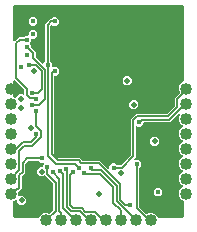
<source format=gbr>
G04 EAGLE Gerber RS-274X export*
G75*
%MOMM*%
%FSLAX34Y34*%
%LPD*%
%INBottom Copper*%
%IPPOS*%
%AMOC8*
5,1,8,0,0,1.08239X$1,22.5*%
G01*
%ADD10C,1.016000*%
%ADD11C,0.152400*%
%ADD12C,0.450000*%
%ADD13C,0.503200*%

G36*
X83178Y42066D02*
X83178Y42066D01*
X83230Y42067D01*
X83298Y42092D01*
X83368Y42107D01*
X83412Y42134D01*
X83461Y42151D01*
X83517Y42196D01*
X83579Y42233D01*
X83613Y42273D01*
X83653Y42305D01*
X83692Y42365D01*
X83739Y42420D01*
X83758Y42468D01*
X83786Y42512D01*
X83804Y42581D01*
X83831Y42648D01*
X83839Y42719D01*
X83846Y42751D01*
X83845Y42774D01*
X83849Y42815D01*
X83849Y44745D01*
X85912Y46807D01*
X88828Y46807D01*
X90093Y45542D01*
X90167Y45489D01*
X90237Y45430D01*
X90267Y45417D01*
X90293Y45399D01*
X90380Y45372D01*
X90465Y45338D01*
X90506Y45333D01*
X90528Y45326D01*
X90560Y45327D01*
X90632Y45319D01*
X93129Y45319D01*
X93219Y45334D01*
X93310Y45341D01*
X93340Y45354D01*
X93372Y45359D01*
X93452Y45402D01*
X93536Y45437D01*
X93568Y45463D01*
X93589Y45474D01*
X93611Y45497D01*
X93667Y45542D01*
X101744Y53619D01*
X101797Y53693D01*
X101857Y53762D01*
X101869Y53793D01*
X101888Y53819D01*
X101915Y53906D01*
X101949Y53991D01*
X101953Y54032D01*
X101960Y54054D01*
X101959Y54086D01*
X101967Y54157D01*
X101967Y84537D01*
X106230Y88799D01*
X132323Y88799D01*
X132414Y88814D01*
X132504Y88821D01*
X132534Y88834D01*
X132566Y88839D01*
X132647Y88882D01*
X132731Y88918D01*
X132763Y88943D01*
X132784Y88954D01*
X132806Y88978D01*
X132862Y89022D01*
X139192Y95353D01*
X139245Y95427D01*
X139304Y95496D01*
X139317Y95526D01*
X139335Y95552D01*
X139362Y95639D01*
X139396Y95724D01*
X139401Y95765D01*
X139408Y95787D01*
X139407Y95820D01*
X139415Y95891D01*
X139415Y102327D01*
X143315Y106227D01*
X143383Y106322D01*
X143453Y106416D01*
X143455Y106422D01*
X143459Y106427D01*
X143493Y106538D01*
X143529Y106650D01*
X143529Y106656D01*
X143531Y106662D01*
X143528Y106779D01*
X143527Y106896D01*
X143525Y106903D01*
X143525Y106908D01*
X143519Y106925D01*
X143480Y107057D01*
X142716Y108901D01*
X142716Y111428D01*
X143683Y113762D01*
X145470Y115548D01*
X146128Y115821D01*
X146227Y115883D01*
X146327Y115943D01*
X146332Y115947D01*
X146337Y115951D01*
X146411Y116041D01*
X146487Y116129D01*
X146490Y116135D01*
X146494Y116140D01*
X146535Y116249D01*
X146579Y116358D01*
X146580Y116365D01*
X146582Y116370D01*
X146583Y116388D01*
X146598Y116524D01*
X146598Y180033D01*
X146595Y180053D01*
X146597Y180073D01*
X146575Y180174D01*
X146558Y180276D01*
X146549Y180294D01*
X146545Y180313D01*
X146491Y180402D01*
X146443Y180493D01*
X146429Y180507D01*
X146418Y180524D01*
X146340Y180592D01*
X146265Y180663D01*
X146247Y180671D01*
X146231Y180684D01*
X146135Y180723D01*
X146042Y180766D01*
X146022Y180769D01*
X146003Y180776D01*
X145837Y180795D01*
X3335Y180795D01*
X3315Y180791D01*
X3295Y180794D01*
X3194Y180772D01*
X3092Y180755D01*
X3074Y180746D01*
X3055Y180741D01*
X2966Y180688D01*
X2874Y180640D01*
X2861Y180625D01*
X2844Y180615D01*
X2776Y180536D01*
X2705Y180461D01*
X2697Y180443D01*
X2684Y180428D01*
X2645Y180332D01*
X2601Y180238D01*
X2599Y180219D01*
X2592Y180200D01*
X2573Y180033D01*
X2573Y150952D01*
X2585Y150881D01*
X2587Y150810D01*
X2605Y150761D01*
X2613Y150709D01*
X2647Y150646D01*
X2671Y150579D01*
X2704Y150538D01*
X2728Y150492D01*
X2780Y150443D01*
X2825Y150387D01*
X2869Y150359D01*
X2906Y150323D01*
X2971Y150292D01*
X3032Y150254D01*
X3082Y150241D01*
X3130Y150219D01*
X3201Y150211D01*
X3270Y150194D01*
X3322Y150198D01*
X3374Y150192D01*
X3444Y150207D01*
X3516Y150213D01*
X3563Y150233D01*
X3614Y150244D01*
X3676Y150281D01*
X3742Y150309D01*
X3798Y150354D01*
X3825Y150370D01*
X3841Y150388D01*
X3873Y150414D01*
X5644Y152185D01*
X7058Y153599D01*
X11037Y153599D01*
X11127Y153614D01*
X11218Y153621D01*
X11248Y153633D01*
X11280Y153639D01*
X11360Y153681D01*
X11444Y153717D01*
X11476Y153743D01*
X11497Y153754D01*
X11519Y153777D01*
X11575Y153822D01*
X12806Y155052D01*
X14718Y155052D01*
X14738Y155056D01*
X14757Y155053D01*
X14859Y155075D01*
X14961Y155092D01*
X14978Y155101D01*
X14998Y155106D01*
X15087Y155159D01*
X15178Y155207D01*
X15192Y155222D01*
X15209Y155232D01*
X15276Y155311D01*
X15348Y155386D01*
X15356Y155404D01*
X15369Y155419D01*
X15408Y155515D01*
X15451Y155609D01*
X15453Y155628D01*
X15461Y155647D01*
X15479Y155814D01*
X15479Y157458D01*
X17542Y159521D01*
X20458Y159521D01*
X22521Y157458D01*
X22521Y154542D01*
X20458Y152479D01*
X18546Y152479D01*
X18526Y152476D01*
X18507Y152478D01*
X18405Y152456D01*
X18303Y152440D01*
X18286Y152430D01*
X18266Y152426D01*
X18177Y152373D01*
X18086Y152324D01*
X18072Y152310D01*
X18055Y152300D01*
X17988Y152221D01*
X17917Y152146D01*
X17908Y152128D01*
X17895Y152113D01*
X17856Y152017D01*
X17813Y151923D01*
X17811Y151903D01*
X17803Y151885D01*
X17785Y151718D01*
X17785Y150073D01*
X16815Y149104D01*
X16804Y149088D01*
X16788Y149075D01*
X16732Y148988D01*
X16672Y148904D01*
X16666Y148885D01*
X16655Y148869D01*
X16630Y148768D01*
X16600Y148669D01*
X16600Y148649D01*
X16595Y148630D01*
X16603Y148527D01*
X16606Y148423D01*
X16613Y148405D01*
X16614Y148385D01*
X16655Y148290D01*
X16690Y148192D01*
X16703Y148177D01*
X16711Y148158D01*
X16815Y148027D01*
X17720Y147123D01*
X17720Y145334D01*
X17735Y145244D01*
X17742Y145153D01*
X17755Y145123D01*
X17760Y145091D01*
X17803Y145010D01*
X17838Y144927D01*
X17864Y144894D01*
X17875Y144874D01*
X17898Y144852D01*
X17943Y144796D01*
X21533Y141206D01*
X21533Y136944D01*
X21547Y136854D01*
X21555Y136763D01*
X21567Y136733D01*
X21572Y136701D01*
X21615Y136621D01*
X21651Y136537D01*
X21677Y136505D01*
X21688Y136484D01*
X21711Y136462D01*
X21756Y136406D01*
X26680Y131482D01*
X26738Y131440D01*
X26790Y131391D01*
X26837Y131369D01*
X26879Y131338D01*
X26948Y131317D01*
X27013Y131287D01*
X27065Y131281D01*
X27115Y131266D01*
X27186Y131268D01*
X27257Y131260D01*
X27308Y131271D01*
X27360Y131272D01*
X27428Y131297D01*
X27498Y131312D01*
X27543Y131339D01*
X27591Y131357D01*
X27647Y131402D01*
X27709Y131438D01*
X27743Y131478D01*
X27783Y131510D01*
X27822Y131571D01*
X27869Y131625D01*
X27888Y131673D01*
X27916Y131717D01*
X27934Y131787D01*
X27961Y131853D01*
X27969Y131925D01*
X27976Y131956D01*
X29244Y133223D01*
X29297Y133297D01*
X29357Y133367D01*
X29369Y133397D01*
X29388Y133423D01*
X29415Y133510D01*
X29449Y133595D01*
X29453Y133636D01*
X29460Y133658D01*
X29459Y133690D01*
X29467Y133762D01*
X29467Y164842D01*
X33658Y169033D01*
X34238Y169033D01*
X34328Y169047D01*
X34419Y169055D01*
X34449Y169067D01*
X34481Y169072D01*
X34562Y169115D01*
X34646Y169151D01*
X34678Y169177D01*
X34698Y169188D01*
X34721Y169211D01*
X34777Y169256D01*
X36042Y170521D01*
X38958Y170521D01*
X41021Y168458D01*
X41021Y165542D01*
X38958Y163479D01*
X36042Y163479D01*
X35486Y164035D01*
X35470Y164046D01*
X35457Y164062D01*
X35370Y164118D01*
X35286Y164178D01*
X35267Y164184D01*
X35251Y164195D01*
X35150Y164220D01*
X35051Y164251D01*
X35031Y164250D01*
X35012Y164255D01*
X34909Y164247D01*
X34805Y164244D01*
X34787Y164238D01*
X34767Y164236D01*
X34672Y164196D01*
X34574Y164160D01*
X34559Y164147D01*
X34540Y164140D01*
X34410Y164035D01*
X33756Y163381D01*
X33702Y163307D01*
X33643Y163238D01*
X33631Y163207D01*
X33612Y163181D01*
X33585Y163094D01*
X33551Y163009D01*
X33547Y162968D01*
X33540Y162946D01*
X33541Y162914D01*
X33533Y162843D01*
X33533Y133762D01*
X33547Y133672D01*
X33555Y133581D01*
X33567Y133551D01*
X33572Y133519D01*
X33615Y133438D01*
X33651Y133354D01*
X33677Y133322D01*
X33688Y133302D01*
X33711Y133279D01*
X33756Y133223D01*
X35021Y131958D01*
X35021Y128906D01*
X35032Y128835D01*
X35034Y128763D01*
X35052Y128714D01*
X35060Y128663D01*
X35094Y128600D01*
X35119Y128532D01*
X35151Y128491D01*
X35176Y128446D01*
X35228Y128396D01*
X35273Y128340D01*
X35316Y128312D01*
X35354Y128276D01*
X35419Y128246D01*
X35480Y128207D01*
X35530Y128195D01*
X35577Y128173D01*
X35648Y128165D01*
X35718Y128147D01*
X35770Y128151D01*
X35821Y128146D01*
X35892Y128161D01*
X35922Y128163D01*
X39033Y128163D01*
X41095Y126101D01*
X41095Y123184D01*
X39033Y121122D01*
X37677Y121122D01*
X37657Y121119D01*
X37638Y121121D01*
X37536Y121099D01*
X37434Y121082D01*
X37417Y121073D01*
X37397Y121069D01*
X37308Y121015D01*
X37217Y120967D01*
X37203Y120953D01*
X37186Y120942D01*
X37119Y120864D01*
X37048Y120789D01*
X37039Y120771D01*
X37026Y120756D01*
X36987Y120659D01*
X36944Y120566D01*
X36942Y120546D01*
X36934Y120527D01*
X36916Y120361D01*
X36916Y55539D01*
X36931Y55449D01*
X36938Y55358D01*
X36950Y55328D01*
X36956Y55296D01*
X36998Y55216D01*
X37034Y55132D01*
X37060Y55100D01*
X37071Y55079D01*
X37094Y55057D01*
X37139Y55001D01*
X40619Y51521D01*
X40693Y51468D01*
X40762Y51408D01*
X40793Y51396D01*
X40819Y51377D01*
X40906Y51350D01*
X40991Y51316D01*
X41032Y51312D01*
X41054Y51305D01*
X41086Y51306D01*
X41157Y51298D01*
X58633Y51298D01*
X60675Y49256D01*
X60749Y49203D01*
X60818Y49143D01*
X60848Y49131D01*
X60874Y49112D01*
X60961Y49085D01*
X61046Y49051D01*
X61087Y49047D01*
X61110Y49040D01*
X61142Y49041D01*
X61213Y49033D01*
X75793Y49033D01*
X82550Y42276D01*
X82608Y42235D01*
X82660Y42185D01*
X82707Y42163D01*
X82749Y42133D01*
X82818Y42112D01*
X82883Y42082D01*
X82935Y42076D01*
X82984Y42061D01*
X83056Y42062D01*
X83127Y42055D01*
X83178Y42066D01*
G37*
G36*
X145856Y637D02*
X145856Y637D01*
X145876Y635D01*
X145977Y657D01*
X146079Y674D01*
X146097Y683D01*
X146116Y687D01*
X146205Y741D01*
X146297Y789D01*
X146310Y803D01*
X146327Y814D01*
X146395Y892D01*
X146466Y967D01*
X146474Y985D01*
X146487Y1001D01*
X146526Y1097D01*
X146570Y1190D01*
X146572Y1210D01*
X146579Y1229D01*
X146598Y1395D01*
X146598Y14905D01*
X146579Y15019D01*
X146562Y15136D01*
X146559Y15141D01*
X146558Y15147D01*
X146504Y15250D01*
X146450Y15355D01*
X146446Y15359D01*
X146443Y15365D01*
X146359Y15445D01*
X146275Y15527D01*
X146268Y15531D01*
X146265Y15534D01*
X146248Y15542D01*
X146128Y15608D01*
X145470Y15881D01*
X143683Y17667D01*
X142716Y20001D01*
X142716Y22528D01*
X143683Y24862D01*
X145470Y26648D01*
X146104Y26911D01*
X146165Y26949D01*
X146231Y26978D01*
X146269Y27013D01*
X146313Y27041D01*
X146359Y27096D01*
X146412Y27145D01*
X146437Y27190D01*
X146470Y27230D01*
X146496Y27297D01*
X146530Y27360D01*
X146540Y27411D01*
X146558Y27460D01*
X146561Y27532D01*
X146574Y27602D01*
X146566Y27654D01*
X146569Y27706D01*
X146549Y27775D01*
X146538Y27846D01*
X146515Y27892D01*
X146500Y27942D01*
X146459Y28001D01*
X146427Y28065D01*
X146390Y28101D01*
X146360Y28144D01*
X146302Y28187D01*
X146251Y28237D01*
X146188Y28271D01*
X146162Y28291D01*
X146140Y28298D01*
X146104Y28318D01*
X145470Y28581D01*
X143683Y30367D01*
X142716Y32701D01*
X142716Y35228D01*
X143683Y37562D01*
X145470Y39348D01*
X146104Y39611D01*
X146165Y39649D01*
X146231Y39678D01*
X146269Y39713D01*
X146313Y39741D01*
X146359Y39796D01*
X146412Y39845D01*
X146437Y39890D01*
X146470Y39930D01*
X146496Y39997D01*
X146530Y40060D01*
X146540Y40111D01*
X146558Y40160D01*
X146561Y40232D01*
X146574Y40302D01*
X146566Y40354D01*
X146569Y40406D01*
X146549Y40475D01*
X146538Y40546D01*
X146515Y40592D01*
X146500Y40642D01*
X146459Y40701D01*
X146427Y40765D01*
X146390Y40801D01*
X146360Y40844D01*
X146302Y40887D01*
X146251Y40937D01*
X146188Y40971D01*
X146162Y40991D01*
X146140Y40998D01*
X146104Y41018D01*
X145470Y41281D01*
X143683Y43067D01*
X142716Y45401D01*
X142716Y47928D01*
X143683Y50262D01*
X145470Y52048D01*
X146104Y52311D01*
X146165Y52349D01*
X146231Y52378D01*
X146269Y52413D01*
X146313Y52441D01*
X146359Y52496D01*
X146412Y52545D01*
X146437Y52590D01*
X146470Y52630D01*
X146496Y52697D01*
X146530Y52760D01*
X146540Y52811D01*
X146558Y52860D01*
X146561Y52932D01*
X146574Y53002D01*
X146566Y53054D01*
X146569Y53106D01*
X146549Y53175D01*
X146538Y53246D01*
X146515Y53292D01*
X146500Y53342D01*
X146459Y53401D01*
X146427Y53465D01*
X146390Y53501D01*
X146360Y53544D01*
X146302Y53587D01*
X146251Y53637D01*
X146188Y53671D01*
X146162Y53691D01*
X146140Y53698D01*
X146104Y53718D01*
X145470Y53981D01*
X143683Y55767D01*
X142716Y58101D01*
X142716Y60628D01*
X143683Y62962D01*
X145470Y64748D01*
X146104Y65011D01*
X146165Y65049D01*
X146231Y65078D01*
X146269Y65113D01*
X146313Y65141D01*
X146359Y65196D01*
X146412Y65245D01*
X146437Y65290D01*
X146470Y65330D01*
X146496Y65397D01*
X146530Y65460D01*
X146540Y65511D01*
X146558Y65560D01*
X146561Y65632D01*
X146574Y65702D01*
X146566Y65754D01*
X146569Y65806D01*
X146549Y65875D01*
X146538Y65946D01*
X146515Y65992D01*
X146500Y66042D01*
X146459Y66101D01*
X146427Y66165D01*
X146390Y66201D01*
X146360Y66244D01*
X146302Y66287D01*
X146251Y66337D01*
X146188Y66371D01*
X146162Y66391D01*
X146140Y66398D01*
X146104Y66418D01*
X145470Y66681D01*
X143683Y68467D01*
X142716Y70801D01*
X142716Y73328D01*
X143683Y75662D01*
X145470Y77448D01*
X146104Y77711D01*
X146165Y77749D01*
X146231Y77778D01*
X146269Y77813D01*
X146313Y77841D01*
X146359Y77896D01*
X146412Y77945D01*
X146437Y77990D01*
X146470Y78030D01*
X146496Y78097D01*
X146530Y78160D01*
X146540Y78211D01*
X146558Y78260D01*
X146561Y78331D01*
X146574Y78402D01*
X146566Y78454D01*
X146569Y78506D01*
X146549Y78575D01*
X146538Y78645D01*
X146515Y78692D01*
X146500Y78742D01*
X146459Y78801D01*
X146427Y78865D01*
X146389Y78901D01*
X146360Y78944D01*
X146302Y78987D01*
X146251Y79037D01*
X146188Y79071D01*
X146163Y79091D01*
X146140Y79098D01*
X146104Y79118D01*
X145470Y79381D01*
X143683Y81167D01*
X142716Y83501D01*
X142716Y86028D01*
X143478Y87867D01*
X143500Y87962D01*
X143529Y88055D01*
X143528Y88081D01*
X143534Y88106D01*
X143525Y88203D01*
X143523Y88301D01*
X143514Y88325D01*
X143511Y88351D01*
X143472Y88440D01*
X143438Y88532D01*
X143422Y88552D01*
X143411Y88576D01*
X143345Y88648D01*
X143284Y88724D01*
X143262Y88738D01*
X143245Y88757D01*
X143159Y88804D01*
X143078Y88857D01*
X143052Y88863D01*
X143029Y88876D01*
X142933Y88893D01*
X142839Y88917D01*
X142813Y88915D01*
X142787Y88919D01*
X142691Y88905D01*
X142594Y88898D01*
X142570Y88887D01*
X142544Y88883D01*
X142457Y88839D01*
X142367Y88801D01*
X142342Y88781D01*
X142325Y88772D01*
X142301Y88748D01*
X142237Y88696D01*
X135130Y81590D01*
X113230Y81590D01*
X113210Y81587D01*
X113190Y81589D01*
X113089Y81567D01*
X112987Y81550D01*
X112969Y81541D01*
X112950Y81537D01*
X112861Y81484D01*
X112769Y81435D01*
X112756Y81421D01*
X112739Y81411D01*
X112671Y81332D01*
X112600Y81257D01*
X112592Y81239D01*
X112579Y81224D01*
X112540Y81128D01*
X112496Y81034D01*
X112494Y81014D01*
X112487Y80996D01*
X112468Y80829D01*
X112468Y80026D01*
X110406Y77964D01*
X107489Y77964D01*
X107332Y78121D01*
X107274Y78163D01*
X107222Y78212D01*
X107175Y78234D01*
X107133Y78265D01*
X107064Y78286D01*
X106999Y78316D01*
X106947Y78322D01*
X106897Y78337D01*
X106826Y78335D01*
X106755Y78343D01*
X106704Y78332D01*
X106652Y78331D01*
X106584Y78306D01*
X106514Y78291D01*
X106469Y78264D01*
X106421Y78246D01*
X106365Y78201D01*
X106303Y78164D01*
X106269Y78125D01*
X106229Y78092D01*
X106190Y78032D01*
X106143Y77978D01*
X106124Y77929D01*
X106096Y77885D01*
X106078Y77816D01*
X106051Y77749D01*
X106043Y77678D01*
X106035Y77647D01*
X106037Y77624D01*
X106033Y77583D01*
X106033Y52158D01*
X104695Y50820D01*
X104653Y50762D01*
X104604Y50710D01*
X104582Y50663D01*
X104551Y50621D01*
X104530Y50552D01*
X104500Y50487D01*
X104494Y50435D01*
X104479Y50385D01*
X104481Y50314D01*
X104473Y50243D01*
X104484Y50192D01*
X104485Y50140D01*
X104510Y50072D01*
X104525Y50002D01*
X104552Y49957D01*
X104570Y49909D01*
X104615Y49853D01*
X104651Y49791D01*
X104691Y49757D01*
X104724Y49717D01*
X104784Y49678D01*
X104838Y49631D01*
X104887Y49612D01*
X104931Y49584D01*
X105000Y49566D01*
X105067Y49539D01*
X105138Y49531D01*
X105169Y49523D01*
X105192Y49525D01*
X105233Y49521D01*
X108458Y49521D01*
X110521Y47458D01*
X110521Y44542D01*
X109256Y43277D01*
X109203Y43203D01*
X109143Y43133D01*
X109131Y43103D01*
X109112Y43077D01*
X109085Y42990D01*
X109051Y42905D01*
X109047Y42864D01*
X109040Y42842D01*
X109041Y42810D01*
X109033Y42738D01*
X109033Y10076D01*
X109047Y9986D01*
X109055Y9895D01*
X109067Y9866D01*
X109072Y9834D01*
X109115Y9753D01*
X109151Y9669D01*
X109177Y9637D01*
X109188Y9616D01*
X109211Y9594D01*
X109256Y9538D01*
X114682Y4112D01*
X114776Y4044D01*
X114871Y3974D01*
X114877Y3972D01*
X114882Y3968D01*
X114993Y3934D01*
X115104Y3898D01*
X115111Y3898D01*
X115117Y3896D01*
X115233Y3899D01*
X115350Y3900D01*
X115358Y3902D01*
X115363Y3902D01*
X115380Y3909D01*
X115511Y3947D01*
X117667Y4840D01*
X120193Y4840D01*
X122528Y3873D01*
X124314Y2086D01*
X124721Y1104D01*
X124783Y1004D01*
X124842Y905D01*
X124847Y900D01*
X124850Y895D01*
X124941Y820D01*
X125029Y745D01*
X125035Y742D01*
X125040Y738D01*
X125148Y697D01*
X125257Y653D01*
X125265Y652D01*
X125270Y650D01*
X125288Y649D01*
X125424Y634D01*
X145837Y634D01*
X145856Y637D01*
G37*
G36*
X23651Y653D02*
X23651Y653D01*
X23767Y670D01*
X23773Y673D01*
X23779Y674D01*
X23881Y728D01*
X23986Y782D01*
X23991Y786D01*
X23996Y789D01*
X24076Y873D01*
X24159Y957D01*
X24162Y964D01*
X24166Y967D01*
X24173Y984D01*
X24239Y1104D01*
X24646Y2086D01*
X26433Y3873D01*
X28767Y4840D01*
X31293Y4840D01*
X32686Y4263D01*
X32800Y4236D01*
X32913Y4207D01*
X32920Y4208D01*
X32926Y4206D01*
X33042Y4217D01*
X33159Y4227D01*
X33164Y4229D01*
X33171Y4230D01*
X33278Y4277D01*
X33385Y4323D01*
X33391Y4328D01*
X33395Y4330D01*
X33409Y4342D01*
X33516Y4428D01*
X36192Y7104D01*
X36245Y7178D01*
X36304Y7247D01*
X36317Y7277D01*
X36335Y7304D01*
X36362Y7391D01*
X36396Y7475D01*
X36401Y7516D01*
X36408Y7539D01*
X36407Y7571D01*
X36415Y7642D01*
X36415Y29327D01*
X36400Y29417D01*
X36393Y29508D01*
X36380Y29538D01*
X36375Y29570D01*
X36332Y29651D01*
X36297Y29735D01*
X36271Y29767D01*
X36260Y29788D01*
X36237Y29810D01*
X36192Y29866D01*
X29571Y36486D01*
X29555Y36498D01*
X29543Y36514D01*
X29455Y36570D01*
X29371Y36630D01*
X29352Y36636D01*
X29336Y36647D01*
X29235Y36672D01*
X29136Y36702D01*
X29116Y36702D01*
X29097Y36707D01*
X28994Y36699D01*
X28890Y36696D01*
X28872Y36689D01*
X28852Y36687D01*
X28757Y36647D01*
X28659Y36611D01*
X28644Y36599D01*
X28626Y36591D01*
X28495Y36486D01*
X28067Y36059D01*
X24930Y36059D01*
X22712Y38277D01*
X22712Y41414D01*
X24930Y43632D01*
X27033Y43632D01*
X27053Y43635D01*
X27072Y43633D01*
X27174Y43655D01*
X27276Y43672D01*
X27293Y43681D01*
X27313Y43685D01*
X27402Y43739D01*
X27493Y43787D01*
X27507Y43801D01*
X27524Y43812D01*
X27591Y43890D01*
X27662Y43965D01*
X27671Y43983D01*
X27684Y43998D01*
X27722Y44095D01*
X27766Y44188D01*
X27768Y44208D01*
X27776Y44227D01*
X27794Y44393D01*
X27794Y45540D01*
X28434Y46180D01*
X28475Y46238D01*
X28525Y46290D01*
X28547Y46337D01*
X28577Y46379D01*
X28598Y46448D01*
X28628Y46513D01*
X28634Y46565D01*
X28649Y46615D01*
X28648Y46686D01*
X28655Y46757D01*
X28644Y46808D01*
X28643Y46860D01*
X28618Y46928D01*
X28603Y46998D01*
X28577Y47043D01*
X28559Y47091D01*
X28514Y47147D01*
X28477Y47209D01*
X28437Y47243D01*
X28405Y47283D01*
X28345Y47322D01*
X28290Y47369D01*
X28242Y47388D01*
X28198Y47416D01*
X28129Y47434D01*
X28062Y47461D01*
X27991Y47469D01*
X27960Y47477D01*
X27936Y47475D01*
X27895Y47479D01*
X25542Y47479D01*
X24277Y48744D01*
X24203Y48797D01*
X24133Y48857D01*
X24103Y48869D01*
X24077Y48888D01*
X23990Y48915D01*
X23905Y48949D01*
X23864Y48953D01*
X23842Y48960D01*
X23810Y48959D01*
X23738Y48967D01*
X15399Y48967D01*
X15309Y48953D01*
X15218Y48945D01*
X15188Y48933D01*
X15156Y48928D01*
X15076Y48885D01*
X14992Y48849D01*
X14960Y48823D01*
X14939Y48812D01*
X14917Y48789D01*
X14861Y48744D01*
X12497Y46381D01*
X12444Y46307D01*
X12385Y46238D01*
X12373Y46207D01*
X12354Y46181D01*
X12327Y46094D01*
X12293Y46009D01*
X12288Y45968D01*
X12281Y45946D01*
X12282Y45914D01*
X12274Y45843D01*
X12274Y38919D01*
X9614Y36259D01*
X9561Y36186D01*
X9502Y36116D01*
X9490Y36086D01*
X9471Y36060D01*
X9444Y35973D01*
X9410Y35888D01*
X9405Y35847D01*
X9398Y35825D01*
X9399Y35792D01*
X9391Y35721D01*
X9391Y25517D01*
X6820Y22946D01*
X6767Y22872D01*
X6708Y22802D01*
X6696Y22772D01*
X6677Y22746D01*
X6650Y22659D01*
X6616Y22574D01*
X6611Y22533D01*
X6604Y22511D01*
X6605Y22479D01*
X6597Y22407D01*
X6597Y19890D01*
X6609Y19819D01*
X6611Y19747D01*
X6629Y19699D01*
X6637Y19647D01*
X6671Y19584D01*
X6695Y19516D01*
X6728Y19476D01*
X6752Y19430D01*
X6804Y19380D01*
X6849Y19324D01*
X6893Y19296D01*
X6931Y19260D01*
X6996Y19230D01*
X7056Y19191D01*
X7106Y19179D01*
X7154Y19157D01*
X7225Y19149D01*
X7294Y19131D01*
X7346Y19135D01*
X7398Y19130D01*
X7468Y19145D01*
X7540Y19150D01*
X7588Y19171D01*
X7638Y19182D01*
X7700Y19219D01*
X7766Y19247D01*
X7813Y19284D01*
X10967Y19284D01*
X13185Y17066D01*
X13185Y13929D01*
X10967Y11711D01*
X7829Y11711D01*
X5611Y13929D01*
X5611Y15563D01*
X5600Y15634D01*
X5598Y15706D01*
X5580Y15755D01*
X5571Y15806D01*
X5538Y15869D01*
X5513Y15937D01*
X5481Y15978D01*
X5456Y16024D01*
X5404Y16073D01*
X5360Y16129D01*
X5316Y16157D01*
X5278Y16193D01*
X5213Y16223D01*
X5153Y16262D01*
X5102Y16275D01*
X5055Y16297D01*
X4984Y16304D01*
X4914Y16322D01*
X4862Y16318D01*
X4811Y16324D01*
X4740Y16308D01*
X4669Y16303D01*
X4621Y16282D01*
X4570Y16271D01*
X4509Y16235D01*
X4443Y16207D01*
X4387Y16162D01*
X4359Y16145D01*
X4344Y16127D01*
X4312Y16102D01*
X3844Y15634D01*
X3043Y15302D01*
X2943Y15240D01*
X2844Y15181D01*
X2840Y15176D01*
X2834Y15173D01*
X2759Y15082D01*
X2684Y14994D01*
X2681Y14988D01*
X2677Y14983D01*
X2636Y14875D01*
X2592Y14766D01*
X2591Y14758D01*
X2589Y14754D01*
X2588Y14735D01*
X2573Y14599D01*
X2573Y1395D01*
X2576Y1376D01*
X2574Y1356D01*
X2596Y1255D01*
X2613Y1153D01*
X2622Y1135D01*
X2627Y1116D01*
X2680Y1027D01*
X2728Y935D01*
X2743Y922D01*
X2753Y905D01*
X2831Y837D01*
X2906Y766D01*
X2924Y758D01*
X2940Y745D01*
X3036Y706D01*
X3130Y662D01*
X3149Y660D01*
X3168Y653D01*
X3335Y634D01*
X23536Y634D01*
X23651Y653D01*
G37*
G36*
X4408Y102455D02*
X4408Y102455D01*
X4460Y102456D01*
X4528Y102481D01*
X4598Y102496D01*
X4643Y102523D01*
X4692Y102541D01*
X4748Y102585D01*
X4809Y102622D01*
X4843Y102662D01*
X4884Y102694D01*
X4922Y102755D01*
X4969Y102809D01*
X4989Y102857D01*
X5017Y102901D01*
X5034Y102971D01*
X5061Y103037D01*
X5069Y103109D01*
X5077Y103140D01*
X5075Y103163D01*
X5080Y103204D01*
X5080Y103263D01*
X7298Y105481D01*
X10435Y105481D01*
X10615Y105302D01*
X10673Y105260D01*
X10725Y105210D01*
X10772Y105188D01*
X10814Y105158D01*
X10883Y105137D01*
X10948Y105107D01*
X11000Y105101D01*
X11049Y105086D01*
X11121Y105087D01*
X11192Y105080D01*
X11243Y105091D01*
X11295Y105092D01*
X11363Y105117D01*
X11433Y105132D01*
X11477Y105159D01*
X11526Y105176D01*
X11582Y105221D01*
X11644Y105258D01*
X11678Y105298D01*
X11718Y105330D01*
X11757Y105390D01*
X11804Y105445D01*
X11823Y105493D01*
X11851Y105537D01*
X11869Y105606D01*
X11896Y105673D01*
X11904Y105744D01*
X11911Y105776D01*
X11910Y105799D01*
X11914Y105840D01*
X11914Y108772D01*
X11899Y108863D01*
X11892Y108953D01*
X11880Y108983D01*
X11874Y109015D01*
X11832Y109096D01*
X11796Y109180D01*
X11770Y109212D01*
X11759Y109233D01*
X11736Y109255D01*
X11691Y109311D01*
X3873Y117129D01*
X3815Y117171D01*
X3763Y117220D01*
X3715Y117242D01*
X3673Y117273D01*
X3605Y117294D01*
X3540Y117324D01*
X3488Y117330D01*
X3438Y117345D01*
X3366Y117343D01*
X3295Y117351D01*
X3244Y117340D01*
X3192Y117339D01*
X3125Y117314D01*
X3055Y117299D01*
X3010Y117272D01*
X2961Y117254D01*
X2905Y117209D01*
X2844Y117173D01*
X2810Y117133D01*
X2769Y117100D01*
X2730Y117040D01*
X2684Y116986D01*
X2664Y116937D01*
X2636Y116894D01*
X2619Y116824D01*
X2592Y116758D01*
X2584Y116686D01*
X2576Y116655D01*
X2578Y116632D01*
X2573Y116591D01*
X2573Y103637D01*
X2592Y103522D01*
X2609Y103406D01*
X2612Y103400D01*
X2613Y103394D01*
X2667Y103291D01*
X2721Y103187D01*
X2725Y103182D01*
X2728Y103177D01*
X2812Y103097D01*
X2896Y103014D01*
X2903Y103011D01*
X2906Y103007D01*
X2923Y103000D01*
X3043Y102934D01*
X3875Y102589D01*
X3890Y102575D01*
X3937Y102553D01*
X3980Y102522D01*
X4048Y102501D01*
X4113Y102471D01*
X4165Y102465D01*
X4215Y102450D01*
X4287Y102452D01*
X4358Y102444D01*
X4408Y102455D01*
G37*
%LPC*%
G36*
X97436Y112911D02*
X97436Y112911D01*
X95218Y115129D01*
X95218Y118266D01*
X97436Y120484D01*
X100573Y120484D01*
X102791Y118266D01*
X102791Y115129D01*
X100573Y112911D01*
X97436Y112911D01*
G37*
%LPD*%
%LPC*%
G36*
X102879Y92758D02*
X102879Y92758D01*
X100661Y94976D01*
X100661Y98113D01*
X102879Y100331D01*
X106016Y100331D01*
X108234Y98113D01*
X108234Y94976D01*
X106016Y92758D01*
X102879Y92758D01*
G37*
%LPD*%
%LPC*%
G36*
X120630Y61864D02*
X120630Y61864D01*
X118412Y64082D01*
X118412Y67219D01*
X120630Y69437D01*
X123768Y69437D01*
X125986Y67219D01*
X125986Y64082D01*
X123768Y61864D01*
X120630Y61864D01*
G37*
%LPD*%
%LPC*%
G36*
X17542Y163479D02*
X17542Y163479D01*
X15479Y165542D01*
X15479Y168458D01*
X17542Y170521D01*
X20458Y170521D01*
X22521Y168458D01*
X22521Y165542D01*
X20458Y163479D01*
X17542Y163479D01*
G37*
%LPD*%
%LPC*%
G36*
X123542Y19213D02*
X123542Y19213D01*
X121479Y21275D01*
X121479Y24192D01*
X123542Y26254D01*
X126458Y26254D01*
X128521Y24192D01*
X128521Y21275D01*
X126458Y19213D01*
X123542Y19213D01*
G37*
%LPD*%
D10*
X149067Y72065D03*
X149067Y84765D03*
X149067Y59365D03*
X149067Y97465D03*
X149067Y46665D03*
X149067Y110165D03*
X149067Y33965D03*
X149067Y21265D03*
X80830Y-1511D03*
X93530Y-1511D03*
X68130Y-1511D03*
X106230Y-1511D03*
X55430Y-1511D03*
X118930Y-1511D03*
X42730Y-1511D03*
X30030Y-1511D03*
X247Y71818D03*
X247Y84518D03*
X247Y59118D03*
X247Y97218D03*
X247Y46418D03*
X247Y109918D03*
X247Y33718D03*
X247Y21018D03*
D11*
X141448Y94734D02*
X141448Y101485D01*
X149067Y109104D02*
X149067Y110165D01*
X149067Y109104D02*
X141448Y101485D01*
X133481Y86767D02*
X107072Y86767D01*
X133481Y86767D02*
X141448Y94734D01*
D12*
X87370Y43286D03*
D11*
X104000Y53000D02*
X104000Y83695D01*
X104000Y53000D02*
X94286Y43286D01*
X87370Y43286D01*
X104000Y83695D02*
X107072Y86767D01*
D13*
X99005Y116698D03*
X104448Y96544D03*
X75378Y20895D03*
X17651Y76485D03*
X19868Y124965D03*
X122199Y65650D03*
X26498Y39845D03*
X93612Y38410D03*
D12*
X144000Y178481D03*
X137650Y178481D03*
X130800Y178481D03*
X124450Y178481D03*
X118100Y178481D03*
X102860Y178481D03*
X95740Y178481D03*
X88120Y178481D03*
X80500Y178481D03*
X72880Y178481D03*
X102917Y150329D03*
X96510Y150329D03*
X90491Y150159D03*
X87581Y155977D03*
X87327Y162733D03*
X102860Y156391D03*
X96510Y156391D03*
X92700Y162821D03*
X134610Y139881D03*
X128260Y139881D03*
X142230Y139881D03*
X134610Y167821D03*
X128260Y167821D03*
X140960Y167821D03*
X85080Y71301D03*
X85080Y84001D03*
X85080Y96701D03*
X74920Y96701D03*
X74920Y106861D03*
X62220Y106861D03*
X49520Y106861D03*
X39360Y96701D03*
X39360Y84001D03*
X39360Y71301D03*
X49520Y71301D03*
X49520Y84001D03*
X49520Y96701D03*
X49520Y61141D03*
X62220Y61141D03*
X74920Y61141D03*
X62220Y71301D03*
X62220Y84001D03*
X62220Y96701D03*
X74920Y84001D03*
X74920Y71301D03*
X62700Y132382D03*
X62700Y138907D03*
X62742Y145944D03*
X62901Y153840D03*
X72374Y167414D03*
X79210Y125449D03*
X71320Y125449D03*
X108148Y127463D03*
X118408Y127463D03*
X143877Y127529D03*
X117350Y92450D03*
D13*
X22678Y45326D03*
D12*
X143877Y118529D03*
X126877Y127529D03*
X134877Y127529D03*
X132782Y64559D03*
X98842Y127568D03*
X72370Y172814D03*
X63008Y160836D03*
X65380Y178481D03*
X58880Y178481D03*
X52380Y178481D03*
X45743Y178481D03*
X39628Y178481D03*
X65370Y172814D03*
X58370Y172814D03*
X51370Y172814D03*
X45370Y172814D03*
X65374Y167414D03*
X58374Y167414D03*
X51374Y167414D03*
X45374Y167414D03*
X45374Y161414D03*
X51374Y161414D03*
X62700Y125382D03*
X132719Y24835D03*
X5128Y178481D03*
X12128Y178481D03*
X19128Y178481D03*
X26128Y178481D03*
X33128Y178481D03*
X118600Y170981D03*
X118600Y162981D03*
X118600Y143481D03*
X118600Y135481D03*
X39870Y172814D03*
X23779Y144000D03*
X125000Y22734D03*
D13*
X9398Y15497D03*
X8866Y101695D03*
X8707Y93716D03*
D12*
X9100Y128633D03*
X19000Y167000D03*
X31315Y44082D03*
D11*
X31315Y37617D01*
X38448Y30485D01*
X38448Y6485D01*
X30452Y-1511D02*
X30030Y-1511D01*
X30452Y-1511D02*
X38448Y6485D01*
D12*
X27000Y51000D03*
D11*
X14242Y51000D02*
X10242Y47000D01*
X10242Y39762D01*
X7359Y36879D01*
X7359Y26359D02*
X5000Y24000D01*
X14242Y51000D02*
X27000Y51000D01*
X7359Y36879D02*
X7359Y26359D01*
X3229Y24000D02*
X247Y21018D01*
X3229Y24000D02*
X5000Y24000D01*
D12*
X21816Y91485D03*
D11*
X21816Y78751D01*
X26121Y74447D01*
X26121Y69158D01*
X18448Y61485D02*
X11448Y61485D01*
X7448Y57485D01*
X18448Y61485D02*
X26121Y69158D01*
X7448Y40919D02*
X247Y33718D01*
X7448Y40919D02*
X7448Y57485D01*
D12*
X21839Y71987D03*
D11*
X21839Y69241D01*
X17535Y64937D01*
X10900Y64937D01*
X5081Y59118D01*
X247Y59118D01*
D12*
X35802Y39638D03*
D11*
X42730Y5202D02*
X42730Y-1511D01*
X42730Y5202D02*
X41448Y6485D01*
X41448Y33609D01*
X35802Y39255D02*
X35802Y39638D01*
X35802Y39255D02*
X41448Y33609D01*
D12*
X41752Y40560D03*
D11*
X54792Y-1511D02*
X55430Y-1511D01*
X54792Y-1511D02*
X44259Y9022D01*
X44259Y38053D02*
X41752Y40560D01*
X44259Y38053D02*
X44259Y9022D01*
D12*
X47432Y42189D03*
D11*
X47591Y42030D01*
X59095Y6128D02*
X66734Y-1511D01*
X47591Y9641D02*
X47591Y42030D01*
X66734Y-1511D02*
X68130Y-1511D01*
X51104Y6128D02*
X47591Y9641D01*
X51104Y6128D02*
X59095Y6128D01*
D12*
X52605Y39189D03*
D11*
X78419Y-1511D02*
X80830Y-1511D01*
X50567Y37152D02*
X52605Y39189D01*
X71527Y5672D02*
X78710Y-1511D01*
X80830Y-1511D01*
X53000Y8922D02*
X50567Y11355D01*
X53000Y8922D02*
X60252Y8922D01*
X63502Y5672D01*
X50567Y11355D02*
X50567Y37152D01*
X63502Y5672D02*
X71527Y5672D01*
X32500Y52500D02*
X32036Y52964D01*
X32500Y52500D02*
X38529Y46471D01*
D12*
X58000Y43000D03*
D11*
X54529Y46471D01*
X38529Y46471D01*
D12*
X37500Y167000D03*
D11*
X32500Y52814D02*
X32500Y52500D01*
X32500Y52814D02*
X32089Y53225D01*
D12*
X31500Y130500D03*
D11*
X32089Y129911D01*
X32089Y53225D01*
X31500Y130500D02*
X31500Y164000D01*
X34500Y167000D02*
X37500Y167000D01*
X34500Y167000D02*
X31500Y164000D01*
D12*
X62641Y39094D03*
D11*
X63533Y38203D02*
X75846Y38203D01*
X63533Y38203D02*
X62641Y39094D01*
X87206Y26843D02*
X87206Y13562D01*
X93530Y7238D01*
X87206Y26843D02*
X75846Y38203D01*
X93530Y7238D02*
X93530Y-1511D01*
D12*
X67899Y42533D03*
D11*
X68995Y41485D02*
X76515Y41485D01*
X68995Y41485D02*
X67947Y42533D01*
X67899Y42533D01*
X76515Y41485D02*
X90000Y28000D01*
X90000Y14719D01*
X106230Y-1511D01*
D12*
X107000Y46000D03*
D11*
X107000Y8919D01*
X117430Y-1511D02*
X118930Y-1511D01*
X117430Y-1511D02*
X107000Y8919D01*
X111086Y83623D02*
X134288Y83623D01*
X111086Y83623D02*
X108948Y81485D01*
D12*
X108948Y81485D03*
D11*
X134288Y83623D02*
X145837Y95171D01*
X146774Y95171D02*
X149067Y97465D01*
X146774Y95171D02*
X145837Y95171D01*
D12*
X18311Y106530D03*
D11*
X26420Y109420D02*
X26420Y124915D01*
X26420Y109420D02*
X23530Y106530D01*
X18311Y106530D01*
D12*
X15500Y130000D03*
D11*
X21335Y130000D02*
X26420Y124915D01*
X21335Y130000D02*
X15500Y130000D01*
D12*
X21448Y101485D03*
D11*
X16173Y102203D02*
X13947Y104429D01*
X20730Y102203D02*
X21448Y101485D01*
X20730Y102203D02*
X16173Y102203D01*
X13947Y104429D02*
X13947Y109930D01*
D12*
X14264Y151532D03*
D11*
X4655Y148321D02*
X4655Y119222D01*
X4655Y148321D02*
X7900Y151566D01*
X14230Y151566D02*
X14264Y151532D01*
X4655Y119222D02*
X13947Y109930D01*
X14230Y151566D02*
X7900Y151566D01*
D12*
X18448Y96485D03*
D11*
X24538Y96485D01*
X29027Y100973D02*
X29243Y101189D01*
X29027Y100973D02*
X24538Y96485D01*
D12*
X14199Y145665D03*
D11*
X29027Y108075D02*
X29027Y100973D01*
X29027Y108075D02*
X29214Y108263D01*
X29214Y126073D01*
X19500Y135787D01*
X19500Y140364D02*
X14199Y145665D01*
X19500Y140364D02*
X19500Y135787D01*
D12*
X19000Y156000D03*
X14074Y138999D03*
X37574Y124643D03*
X101000Y12000D03*
D11*
X37574Y124643D02*
X36527Y124644D01*
X34883Y123000D01*
X34883Y54382D02*
X40000Y49265D01*
X57791Y49265D01*
X60056Y47000D01*
X96670Y12000D02*
X101000Y12000D01*
X34883Y54382D02*
X34883Y123000D01*
X60056Y47000D02*
X74951Y47000D01*
X92794Y29157D01*
X92794Y15876D01*
X96670Y12000D01*
M02*

</source>
